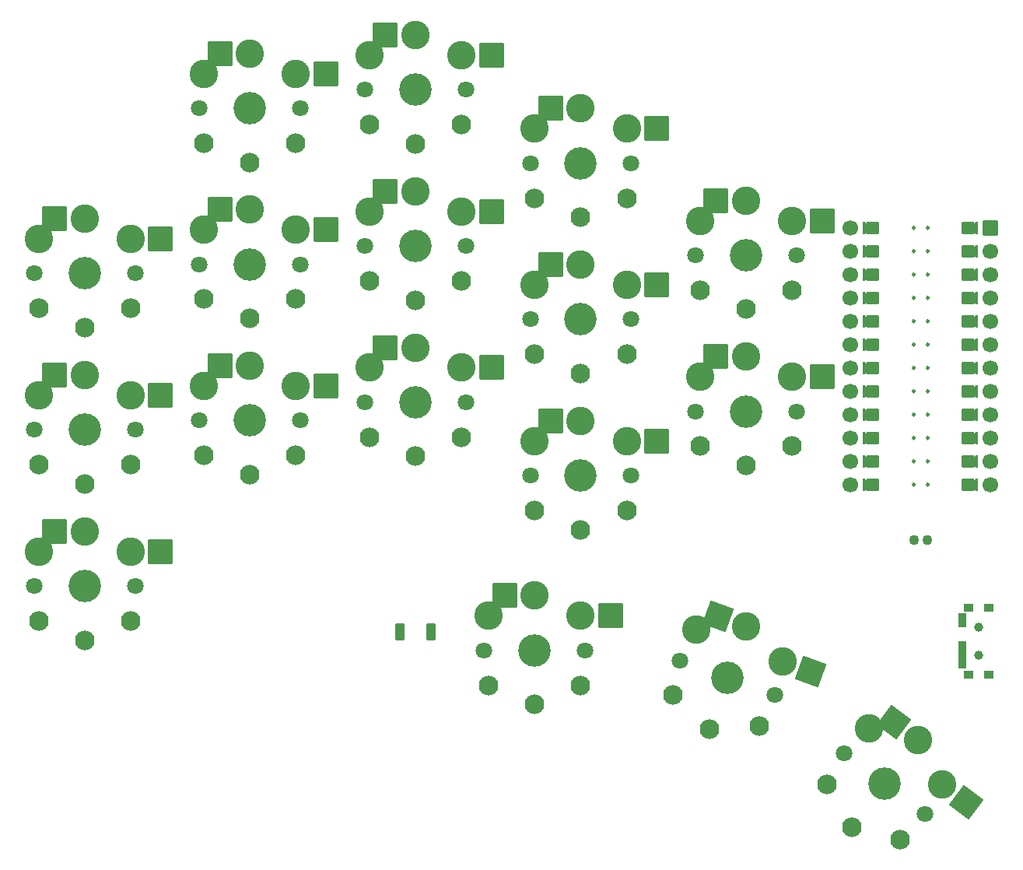
<source format=gbr>
%TF.GenerationSoftware,KiCad,Pcbnew,6.0.5-2.fc36*%
%TF.CreationDate,2022-05-30T19:14:05+02:00*%
%TF.ProjectId,main,6d61696e-2e6b-4696-9361-645f70636258,v1.0.0*%
%TF.SameCoordinates,Original*%
%TF.FileFunction,Soldermask,Bot*%
%TF.FilePolarity,Negative*%
%FSLAX46Y46*%
G04 Gerber Fmt 4.6, Leading zero omitted, Abs format (unit mm)*
G04 Created by KiCad (PCBNEW 6.0.5-2.fc36) date 2022-05-30 19:14:05*
%MOMM*%
%LPD*%
G01*
G04 APERTURE LIST*
G04 Aperture macros list*
%AMRoundRect*
0 Rectangle with rounded corners*
0 $1 Rounding radius*
0 $2 $3 $4 $5 $6 $7 $8 $9 X,Y pos of 4 corners*
0 Add a 4 corners polygon primitive as box body*
4,1,4,$2,$3,$4,$5,$6,$7,$8,$9,$2,$3,0*
0 Add four circle primitives for the rounded corners*
1,1,$1+$1,$2,$3*
1,1,$1+$1,$4,$5*
1,1,$1+$1,$6,$7*
1,1,$1+$1,$8,$9*
0 Add four rect primitives between the rounded corners*
20,1,$1+$1,$2,$3,$4,$5,0*
20,1,$1+$1,$4,$5,$6,$7,0*
20,1,$1+$1,$6,$7,$8,$9,0*
20,1,$1+$1,$8,$9,$2,$3,0*%
%AMFreePoly0*
4,1,16,0.635355,1.035355,0.650000,1.000000,0.650000,-0.250000,0.635355,-0.285355,0.600000,-0.300000,-0.600000,-0.300000,-0.635355,-0.285355,-0.650000,-0.250000,-0.650000,1.000000,-0.635355,1.035355,-0.600000,1.050000,-0.564645,1.035355,0.000000,0.470710,0.564645,1.035355,0.600000,1.050000,0.635355,1.035355,0.635355,1.035355,$1*%
%AMFreePoly1*
4,1,14,0.635355,0.435355,0.650000,0.400000,0.650000,0.200000,0.635355,0.164645,0.035355,-0.435355,0.000000,-0.450000,-0.035355,-0.435355,-0.635355,0.164645,-0.650000,0.200000,-0.650000,0.400000,-0.635355,0.435355,-0.600000,0.450000,0.600000,0.450000,0.635355,0.435355,0.635355,0.435355,$1*%
G04 Aperture macros list end*
%ADD10C,0.250000*%
%ADD11C,0.100000*%
%ADD12C,3.529000*%
%ADD13C,1.801800*%
%ADD14C,3.100000*%
%ADD15RoundRect,0.050000X-1.300000X-1.300000X1.300000X-1.300000X1.300000X1.300000X-1.300000X1.300000X0*%
%ADD16C,2.132000*%
%ADD17RoundRect,0.050000X-1.666227X-0.776974X0.776974X-1.666227X1.666227X0.776974X-0.776974X1.666227X0*%
%ADD18RoundRect,0.050000X-1.820586X-0.255867X0.255867X-1.820586X1.820586X0.255867X-0.255867X1.820586X0*%
%ADD19C,1.700000*%
%ADD20RoundRect,0.050000X-0.800000X0.800000X-0.800000X-0.800000X0.800000X-0.800000X0.800000X0.800000X0*%
%ADD21FreePoly0,90.000000*%
%ADD22FreePoly1,90.000000*%
%ADD23FreePoly1,270.000000*%
%ADD24FreePoly0,270.000000*%
%ADD25C,1.000000*%
%ADD26RoundRect,0.050000X-0.350000X-0.750000X0.350000X-0.750000X0.350000X0.750000X-0.350000X0.750000X0*%
%ADD27RoundRect,0.050000X-0.500000X-0.400000X0.500000X-0.400000X0.500000X0.400000X-0.500000X0.400000X0*%
%ADD28RoundRect,0.050000X-0.450000X-0.850000X0.450000X-0.850000X0.450000X0.850000X-0.450000X0.850000X0*%
%ADD29C,1.100000*%
G04 APERTURE END LIST*
D10*
%TO.C,MCU1*%
X90363000Y11030000D02*
G75*
G03*
X90363000Y11030000I-125000J0D01*
G01*
X91887000Y11030000D02*
G75*
G03*
X91887000Y11030000I-125000J0D01*
G01*
X90363000Y13570000D02*
G75*
G03*
X90363000Y13570000I-125000J0D01*
G01*
X91887000Y13570000D02*
G75*
G03*
X91887000Y13570000I-125000J0D01*
G01*
X90363000Y16110000D02*
G75*
G03*
X90363000Y16110000I-125000J0D01*
G01*
X91887000Y16110000D02*
G75*
G03*
X91887000Y16110000I-125000J0D01*
G01*
X90363000Y18650000D02*
G75*
G03*
X90363000Y18650000I-125000J0D01*
G01*
X91887000Y18650000D02*
G75*
G03*
X91887000Y18650000I-125000J0D01*
G01*
X90363000Y21190000D02*
G75*
G03*
X90363000Y21190000I-125000J0D01*
G01*
X91887000Y21190000D02*
G75*
G03*
X91887000Y21190000I-125000J0D01*
G01*
X90363000Y23730000D02*
G75*
G03*
X90363000Y23730000I-125000J0D01*
G01*
X91887000Y23730000D02*
G75*
G03*
X91887000Y23730000I-125000J0D01*
G01*
X90363000Y26270000D02*
G75*
G03*
X90363000Y26270000I-125000J0D01*
G01*
X91887000Y26270000D02*
G75*
G03*
X91887000Y26270000I-125000J0D01*
G01*
X90363000Y28810000D02*
G75*
G03*
X90363000Y28810000I-125000J0D01*
G01*
X91887000Y28810000D02*
G75*
G03*
X91887000Y28810000I-125000J0D01*
G01*
X90363000Y31350000D02*
G75*
G03*
X90363000Y31350000I-125000J0D01*
G01*
X91887000Y31350000D02*
G75*
G03*
X91887000Y31350000I-125000J0D01*
G01*
X90363000Y33890000D02*
G75*
G03*
X90363000Y33890000I-125000J0D01*
G01*
X91887000Y33890000D02*
G75*
G03*
X91887000Y33890000I-125000J0D01*
G01*
X91887000Y36430000D02*
G75*
G03*
X91887000Y36430000I-125000J0D01*
G01*
X90363000Y36430000D02*
G75*
G03*
X90363000Y36430000I-125000J0D01*
G01*
X90363000Y38970000D02*
G75*
G03*
X90363000Y38970000I-125000J0D01*
G01*
X91887000Y38970000D02*
G75*
G03*
X91887000Y38970000I-125000J0D01*
G01*
G36*
X97096000Y10522000D02*
G01*
X96080000Y10522000D01*
X96080000Y11538000D01*
X97096000Y11538000D01*
X97096000Y10522000D01*
G37*
D11*
X97096000Y10522000D02*
X96080000Y10522000D01*
X96080000Y11538000D01*
X97096000Y11538000D01*
X97096000Y10522000D01*
G36*
X97096000Y13062000D02*
G01*
X96080000Y13062000D01*
X96080000Y14078000D01*
X97096000Y14078000D01*
X97096000Y13062000D01*
G37*
X97096000Y13062000D02*
X96080000Y13062000D01*
X96080000Y14078000D01*
X97096000Y14078000D01*
X97096000Y13062000D01*
G36*
X97096000Y15602000D02*
G01*
X96080000Y15602000D01*
X96080000Y16618000D01*
X97096000Y16618000D01*
X97096000Y15602000D01*
G37*
X97096000Y15602000D02*
X96080000Y15602000D01*
X96080000Y16618000D01*
X97096000Y16618000D01*
X97096000Y15602000D01*
G36*
X97096000Y18142000D02*
G01*
X96080000Y18142000D01*
X96080000Y19158000D01*
X97096000Y19158000D01*
X97096000Y18142000D01*
G37*
X97096000Y18142000D02*
X96080000Y18142000D01*
X96080000Y19158000D01*
X97096000Y19158000D01*
X97096000Y18142000D01*
G36*
X97096000Y20682000D02*
G01*
X96080000Y20682000D01*
X96080000Y21698000D01*
X97096000Y21698000D01*
X97096000Y20682000D01*
G37*
X97096000Y20682000D02*
X96080000Y20682000D01*
X96080000Y21698000D01*
X97096000Y21698000D01*
X97096000Y20682000D01*
G36*
X97096000Y23222000D02*
G01*
X96080000Y23222000D01*
X96080000Y24238000D01*
X97096000Y24238000D01*
X97096000Y23222000D01*
G37*
X97096000Y23222000D02*
X96080000Y23222000D01*
X96080000Y24238000D01*
X97096000Y24238000D01*
X97096000Y23222000D01*
G36*
X97096000Y25762000D02*
G01*
X96080000Y25762000D01*
X96080000Y26778000D01*
X97096000Y26778000D01*
X97096000Y25762000D01*
G37*
X97096000Y25762000D02*
X96080000Y25762000D01*
X96080000Y26778000D01*
X97096000Y26778000D01*
X97096000Y25762000D01*
G36*
X97096000Y28302000D02*
G01*
X96080000Y28302000D01*
X96080000Y29318000D01*
X97096000Y29318000D01*
X97096000Y28302000D01*
G37*
X97096000Y28302000D02*
X96080000Y28302000D01*
X96080000Y29318000D01*
X97096000Y29318000D01*
X97096000Y28302000D01*
G36*
X97096000Y30842000D02*
G01*
X96080000Y30842000D01*
X96080000Y31858000D01*
X97096000Y31858000D01*
X97096000Y30842000D01*
G37*
X97096000Y30842000D02*
X96080000Y30842000D01*
X96080000Y31858000D01*
X97096000Y31858000D01*
X97096000Y30842000D01*
G36*
X97096000Y33382000D02*
G01*
X96080000Y33382000D01*
X96080000Y34398000D01*
X97096000Y34398000D01*
X97096000Y33382000D01*
G37*
X97096000Y33382000D02*
X96080000Y33382000D01*
X96080000Y34398000D01*
X97096000Y34398000D01*
X97096000Y33382000D01*
G36*
X97096000Y35922000D02*
G01*
X96080000Y35922000D01*
X96080000Y36938000D01*
X97096000Y36938000D01*
X97096000Y35922000D01*
G37*
X97096000Y35922000D02*
X96080000Y35922000D01*
X96080000Y36938000D01*
X97096000Y36938000D01*
X97096000Y35922000D01*
G36*
X97096000Y38462000D02*
G01*
X96080000Y38462000D01*
X96080000Y39478000D01*
X97096000Y39478000D01*
X97096000Y38462000D01*
G37*
X97096000Y38462000D02*
X96080000Y38462000D01*
X96080000Y39478000D01*
X97096000Y39478000D01*
X97096000Y38462000D01*
G36*
X85920000Y10522000D02*
G01*
X84904000Y10522000D01*
X84904000Y11538000D01*
X85920000Y11538000D01*
X85920000Y10522000D01*
G37*
X85920000Y10522000D02*
X84904000Y10522000D01*
X84904000Y11538000D01*
X85920000Y11538000D01*
X85920000Y10522000D01*
G36*
X85920000Y13062000D02*
G01*
X84904000Y13062000D01*
X84904000Y14078000D01*
X85920000Y14078000D01*
X85920000Y13062000D01*
G37*
X85920000Y13062000D02*
X84904000Y13062000D01*
X84904000Y14078000D01*
X85920000Y14078000D01*
X85920000Y13062000D01*
G36*
X85920000Y15602000D02*
G01*
X84904000Y15602000D01*
X84904000Y16618000D01*
X85920000Y16618000D01*
X85920000Y15602000D01*
G37*
X85920000Y15602000D02*
X84904000Y15602000D01*
X84904000Y16618000D01*
X85920000Y16618000D01*
X85920000Y15602000D01*
G36*
X85920000Y18142000D02*
G01*
X84904000Y18142000D01*
X84904000Y19158000D01*
X85920000Y19158000D01*
X85920000Y18142000D01*
G37*
X85920000Y18142000D02*
X84904000Y18142000D01*
X84904000Y19158000D01*
X85920000Y19158000D01*
X85920000Y18142000D01*
G36*
X85920000Y20682000D02*
G01*
X84904000Y20682000D01*
X84904000Y21698000D01*
X85920000Y21698000D01*
X85920000Y20682000D01*
G37*
X85920000Y20682000D02*
X84904000Y20682000D01*
X84904000Y21698000D01*
X85920000Y21698000D01*
X85920000Y20682000D01*
G36*
X85920000Y23222000D02*
G01*
X84904000Y23222000D01*
X84904000Y24238000D01*
X85920000Y24238000D01*
X85920000Y23222000D01*
G37*
X85920000Y23222000D02*
X84904000Y23222000D01*
X84904000Y24238000D01*
X85920000Y24238000D01*
X85920000Y23222000D01*
G36*
X85920000Y25762000D02*
G01*
X84904000Y25762000D01*
X84904000Y26778000D01*
X85920000Y26778000D01*
X85920000Y25762000D01*
G37*
X85920000Y25762000D02*
X84904000Y25762000D01*
X84904000Y26778000D01*
X85920000Y26778000D01*
X85920000Y25762000D01*
G36*
X85920000Y28302000D02*
G01*
X84904000Y28302000D01*
X84904000Y29318000D01*
X85920000Y29318000D01*
X85920000Y28302000D01*
G37*
X85920000Y28302000D02*
X84904000Y28302000D01*
X84904000Y29318000D01*
X85920000Y29318000D01*
X85920000Y28302000D01*
G36*
X85920000Y30842000D02*
G01*
X84904000Y30842000D01*
X84904000Y31858000D01*
X85920000Y31858000D01*
X85920000Y30842000D01*
G37*
X85920000Y30842000D02*
X84904000Y30842000D01*
X84904000Y31858000D01*
X85920000Y31858000D01*
X85920000Y30842000D01*
G36*
X85920000Y33382000D02*
G01*
X84904000Y33382000D01*
X84904000Y34398000D01*
X85920000Y34398000D01*
X85920000Y33382000D01*
G37*
X85920000Y33382000D02*
X84904000Y33382000D01*
X84904000Y34398000D01*
X85920000Y34398000D01*
X85920000Y33382000D01*
G36*
X85920000Y35922000D02*
G01*
X84904000Y35922000D01*
X84904000Y36938000D01*
X85920000Y36938000D01*
X85920000Y35922000D01*
G37*
X85920000Y35922000D02*
X84904000Y35922000D01*
X84904000Y36938000D01*
X85920000Y36938000D01*
X85920000Y35922000D01*
G36*
X85920000Y38462000D02*
G01*
X84904000Y38462000D01*
X84904000Y39478000D01*
X85920000Y39478000D01*
X85920000Y38462000D01*
G37*
X85920000Y38462000D02*
X84904000Y38462000D01*
X84904000Y39478000D01*
X85920000Y39478000D01*
X85920000Y38462000D01*
%TD*%
D12*
%TO.C,S1*%
X0Y0D03*
D13*
X5500000Y0D03*
X-5500000Y0D03*
D14*
X5000000Y3750000D03*
X0Y5950000D03*
D15*
X-3275000Y5950000D03*
X8275000Y3750000D03*
D14*
X-5000000Y3750000D03*
X0Y5950000D03*
%TD*%
D12*
%TO.C,S2*%
X0Y0D03*
D13*
X-5500000Y0D03*
X5500000Y0D03*
D16*
X-5000000Y-3800000D03*
X0Y-5900000D03*
X5000000Y-3800000D03*
X0Y-5900000D03*
%TD*%
D12*
%TO.C,S3*%
X0Y17000000D03*
D13*
X5500000Y17000000D03*
X-5500000Y17000000D03*
D14*
X5000000Y20750000D03*
X0Y22950000D03*
D15*
X-3275000Y22950000D03*
X8275000Y20750000D03*
D14*
X-5000000Y20750000D03*
X0Y22950000D03*
%TD*%
D12*
%TO.C,S4*%
X0Y17000000D03*
D13*
X-5500000Y17000000D03*
X5500000Y17000000D03*
D16*
X-5000000Y13200000D03*
X0Y11100000D03*
X5000000Y13200000D03*
X0Y11100000D03*
%TD*%
D12*
%TO.C,S5*%
X0Y34000000D03*
D13*
X5500000Y34000000D03*
X-5500000Y34000000D03*
D14*
X5000000Y37750000D03*
X0Y39950000D03*
D15*
X-3275000Y39950000D03*
X8275000Y37750000D03*
D14*
X-5000000Y37750000D03*
X0Y39950000D03*
%TD*%
D12*
%TO.C,S6*%
X0Y34000000D03*
D13*
X-5500000Y34000000D03*
X5500000Y34000000D03*
D16*
X-5000000Y30200000D03*
X0Y28100000D03*
X5000000Y30200000D03*
X0Y28100000D03*
%TD*%
D12*
%TO.C,S7*%
X18000000Y18000000D03*
D13*
X23500000Y18000000D03*
X12500000Y18000000D03*
D14*
X23000000Y21750000D03*
X18000000Y23950000D03*
D15*
X14725000Y23950000D03*
X26275000Y21750000D03*
D14*
X13000000Y21750000D03*
X18000000Y23950000D03*
%TD*%
D12*
%TO.C,S8*%
X18000000Y18000000D03*
D13*
X12500000Y18000000D03*
X23500000Y18000000D03*
D16*
X13000000Y14200000D03*
X18000000Y12100000D03*
X23000000Y14200000D03*
X18000000Y12100000D03*
%TD*%
D12*
%TO.C,S9*%
X18000000Y35000000D03*
D13*
X23500000Y35000000D03*
X12500000Y35000000D03*
D14*
X23000000Y38750000D03*
X18000000Y40950000D03*
D15*
X14725000Y40950000D03*
X26275000Y38750000D03*
D14*
X13000000Y38750000D03*
X18000000Y40950000D03*
%TD*%
D12*
%TO.C,S10*%
X18000000Y35000000D03*
D13*
X12500000Y35000000D03*
X23500000Y35000000D03*
D16*
X13000000Y31200000D03*
X18000000Y29100000D03*
X23000000Y31200000D03*
X18000000Y29100000D03*
%TD*%
D12*
%TO.C,S11*%
X18000000Y52000000D03*
D13*
X23500000Y52000000D03*
X12500000Y52000000D03*
D14*
X23000000Y55750000D03*
X18000000Y57950000D03*
D15*
X14725000Y57950000D03*
X26275000Y55750000D03*
D14*
X13000000Y55750000D03*
X18000000Y57950000D03*
%TD*%
D12*
%TO.C,S12*%
X18000000Y52000000D03*
D13*
X12500000Y52000000D03*
X23500000Y52000000D03*
D16*
X13000000Y48200000D03*
X18000000Y46100000D03*
X23000000Y48200000D03*
X18000000Y46100000D03*
%TD*%
D12*
%TO.C,S13*%
X36000000Y20000000D03*
D13*
X41500000Y20000000D03*
X30500000Y20000000D03*
D14*
X41000000Y23750000D03*
X36000000Y25950000D03*
D15*
X32725000Y25950000D03*
X44275000Y23750000D03*
D14*
X31000000Y23750000D03*
X36000000Y25950000D03*
%TD*%
D12*
%TO.C,S14*%
X36000000Y20000000D03*
D13*
X30500000Y20000000D03*
X41500000Y20000000D03*
D16*
X31000000Y16200000D03*
X36000000Y14100000D03*
X41000000Y16200000D03*
X36000000Y14100000D03*
%TD*%
D12*
%TO.C,S15*%
X36000000Y37000000D03*
D13*
X41500000Y37000000D03*
X30500000Y37000000D03*
D14*
X41000000Y40750000D03*
X36000000Y42950000D03*
D15*
X32725000Y42950000D03*
X44275000Y40750000D03*
D14*
X31000000Y40750000D03*
X36000000Y42950000D03*
%TD*%
D12*
%TO.C,S16*%
X36000000Y37000000D03*
D13*
X30500000Y37000000D03*
X41500000Y37000000D03*
D16*
X31000000Y33200000D03*
X36000000Y31100000D03*
X41000000Y33200000D03*
X36000000Y31100000D03*
%TD*%
D12*
%TO.C,S17*%
X36000000Y54000000D03*
D13*
X41500000Y54000000D03*
X30500000Y54000000D03*
D14*
X41000000Y57750000D03*
X36000000Y59950000D03*
D15*
X32725000Y59950000D03*
X44275000Y57750000D03*
D14*
X31000000Y57750000D03*
X36000000Y59950000D03*
%TD*%
D12*
%TO.C,S18*%
X36000000Y54000000D03*
D13*
X30500000Y54000000D03*
X41500000Y54000000D03*
D16*
X31000000Y50200000D03*
X36000000Y48100000D03*
X41000000Y50200000D03*
X36000000Y48100000D03*
%TD*%
D12*
%TO.C,S19*%
X54000000Y12000000D03*
D13*
X59500000Y12000000D03*
X48500000Y12000000D03*
D14*
X59000000Y15750000D03*
X54000000Y17950000D03*
D15*
X50725000Y17950000D03*
X62275000Y15750000D03*
D14*
X49000000Y15750000D03*
X54000000Y17950000D03*
%TD*%
D12*
%TO.C,S20*%
X54000000Y12000000D03*
D13*
X48500000Y12000000D03*
X59500000Y12000000D03*
D16*
X49000000Y8200000D03*
X54000000Y6100000D03*
X59000000Y8200000D03*
X54000000Y6100000D03*
%TD*%
D12*
%TO.C,S21*%
X54000000Y29000000D03*
D13*
X59500000Y29000000D03*
X48500000Y29000000D03*
D14*
X59000000Y32750000D03*
X54000000Y34950000D03*
D15*
X50725000Y34950000D03*
X62275000Y32750000D03*
D14*
X49000000Y32750000D03*
X54000000Y34950000D03*
%TD*%
D12*
%TO.C,S22*%
X54000000Y29000000D03*
D13*
X48500000Y29000000D03*
X59500000Y29000000D03*
D16*
X49000000Y25200000D03*
X54000000Y23100000D03*
X59000000Y25200000D03*
X54000000Y23100000D03*
%TD*%
D12*
%TO.C,S23*%
X54000000Y46000000D03*
D13*
X59500000Y46000000D03*
X48500000Y46000000D03*
D14*
X59000000Y49750000D03*
X54000000Y51950000D03*
D15*
X50725000Y51950000D03*
X62275000Y49750000D03*
D14*
X49000000Y49750000D03*
X54000000Y51950000D03*
%TD*%
D12*
%TO.C,S24*%
X54000000Y46000000D03*
D13*
X48500000Y46000000D03*
X59500000Y46000000D03*
D16*
X49000000Y42200000D03*
X54000000Y40100000D03*
X59000000Y42200000D03*
X54000000Y40100000D03*
%TD*%
D12*
%TO.C,S25*%
X72000000Y19000000D03*
D13*
X77500000Y19000000D03*
X66500000Y19000000D03*
D14*
X77000000Y22750000D03*
X72000000Y24950000D03*
D15*
X68725000Y24950000D03*
X80275000Y22750000D03*
D14*
X67000000Y22750000D03*
X72000000Y24950000D03*
%TD*%
D12*
%TO.C,S26*%
X72000000Y19000000D03*
D13*
X66500000Y19000000D03*
X77500000Y19000000D03*
D16*
X67000000Y15200000D03*
X72000000Y13100000D03*
X77000000Y15200000D03*
X72000000Y13100000D03*
%TD*%
D12*
%TO.C,S27*%
X72000000Y36000000D03*
D13*
X77500000Y36000000D03*
X66500000Y36000000D03*
D14*
X77000000Y39750000D03*
X72000000Y41950000D03*
D15*
X68725000Y41950000D03*
X80275000Y39750000D03*
D14*
X67000000Y39750000D03*
X72000000Y41950000D03*
%TD*%
D12*
%TO.C,S28*%
X72000000Y36000000D03*
D13*
X66500000Y36000000D03*
X77500000Y36000000D03*
D16*
X67000000Y32200000D03*
X72000000Y30100000D03*
X77000000Y32200000D03*
X72000000Y30100000D03*
%TD*%
D12*
%TO.C,S29*%
X49000000Y-7000000D03*
D13*
X54500000Y-7000000D03*
X43500000Y-7000000D03*
D14*
X54000000Y-3250000D03*
X49000000Y-1050000D03*
D15*
X45725000Y-1050000D03*
X57275000Y-3250000D03*
D14*
X44000000Y-3250000D03*
X49000000Y-1050000D03*
%TD*%
D12*
%TO.C,S30*%
X49000000Y-7000000D03*
D13*
X43500000Y-7000000D03*
X54500000Y-7000000D03*
D16*
X44000000Y-10800000D03*
X49000000Y-12900000D03*
X54000000Y-10800000D03*
X49000000Y-12900000D03*
%TD*%
D12*
%TO.C,S31*%
X70000000Y-10000000D03*
D13*
X75168309Y-11881111D03*
X64831691Y-8118889D03*
D14*
X75981039Y-8186253D03*
X72035020Y-4408829D03*
D17*
X68957527Y-3288713D03*
X79058532Y-9306369D03*
D14*
X66584112Y-4766052D03*
X72035020Y-4408829D03*
%TD*%
D12*
%TO.C,S32*%
X70000000Y-10000000D03*
D13*
X64831691Y-8118889D03*
X75168309Y-11881111D03*
D16*
X64001860Y-11860731D03*
X67982081Y-15544186D03*
X73398787Y-15280933D03*
X67982081Y-15544186D03*
%TD*%
D12*
%TO.C,S33*%
X87083752Y-21538866D03*
D13*
X91476247Y-24848849D03*
X82691257Y-18228883D03*
D14*
X93333736Y-21553058D03*
X90664551Y-16786985D03*
D18*
X88049020Y-14816041D03*
X95949267Y-23524002D03*
D14*
X85347381Y-15534908D03*
X90664551Y-16786985D03*
%TD*%
D12*
%TO.C,S34*%
X87083752Y-21538866D03*
D13*
X82691257Y-18228883D03*
X91476247Y-24848849D03*
D16*
X80803677Y-21564606D03*
X83533043Y-26250816D03*
X88790032Y-27582756D03*
X83533043Y-26250816D03*
%TD*%
D19*
%TO.C,MCU1*%
X83380000Y38970000D03*
X83380000Y36430000D03*
X83380000Y33890000D03*
X83380000Y31350000D03*
X83380000Y28810000D03*
X83380000Y26270000D03*
X83380000Y23730000D03*
X83380000Y21190000D03*
X83380000Y18650000D03*
X83380000Y16110000D03*
X83380000Y13570000D03*
X83380000Y11030000D03*
X98620000Y11030000D03*
X98620000Y13570000D03*
X98620000Y16110000D03*
X98620000Y18650000D03*
X98620000Y21190000D03*
X98620000Y23730000D03*
X98620000Y26270000D03*
X98620000Y28810000D03*
X98620000Y31350000D03*
X98620000Y33890000D03*
X98620000Y36430000D03*
X98620000Y38970000D03*
D20*
X98620000Y38970000D03*
D21*
X86174000Y38970000D03*
D22*
X85158000Y38970000D03*
X85158000Y36430000D03*
D21*
X86174000Y36430000D03*
D22*
X85158000Y33890000D03*
D21*
X86174000Y33890000D03*
D22*
X85158000Y31350000D03*
D21*
X86174000Y31350000D03*
D22*
X85158000Y28810000D03*
D21*
X86174000Y28810000D03*
D22*
X85158000Y26270000D03*
D21*
X86174000Y26270000D03*
D22*
X85158000Y23730000D03*
D21*
X86174000Y23730000D03*
D22*
X85158000Y21190000D03*
D21*
X86174000Y21190000D03*
D22*
X85158000Y18650000D03*
D21*
X86174000Y18650000D03*
D22*
X85158000Y16110000D03*
D21*
X86174000Y16110000D03*
D22*
X85158000Y13570000D03*
D21*
X86174000Y13570000D03*
D22*
X85158000Y11030000D03*
D21*
X86174000Y11030000D03*
D23*
X96842000Y38970000D03*
D24*
X95826000Y38970000D03*
X95826000Y36430000D03*
D23*
X96842000Y36430000D03*
D24*
X95826000Y33890000D03*
D23*
X96842000Y33890000D03*
D24*
X95826000Y31350000D03*
D23*
X96842000Y31350000D03*
D24*
X95826000Y28810000D03*
D23*
X96842000Y28810000D03*
D24*
X95826000Y26270000D03*
D23*
X96842000Y26270000D03*
D24*
X95826000Y23730000D03*
D23*
X96842000Y23730000D03*
D24*
X95826000Y21190000D03*
D23*
X96842000Y21190000D03*
D24*
X95826000Y18650000D03*
D23*
X96842000Y18650000D03*
D24*
X95826000Y16110000D03*
D23*
X96842000Y16110000D03*
D24*
X95826000Y13570000D03*
D23*
X96842000Y13570000D03*
D24*
X95826000Y11030000D03*
D23*
X96842000Y11030000D03*
%TD*%
D25*
%TO.C,*%
X97330000Y-7500000D03*
X97330000Y-4500000D03*
X97330000Y-7500000D03*
X97330000Y-4500000D03*
D26*
X95570000Y-3750000D03*
X95570000Y-6750000D03*
X95570000Y-8250000D03*
D27*
X98430000Y-2350000D03*
X98430000Y-9650000D03*
X96220000Y-9650000D03*
X96220000Y-2350000D03*
%TD*%
D28*
%TO.C,*%
X34300000Y-5000000D03*
X37700000Y-5000000D03*
%TD*%
D29*
%TO.C,*%
X91750000Y5000000D03*
X90250000Y5000000D03*
%TD*%
M02*

</source>
